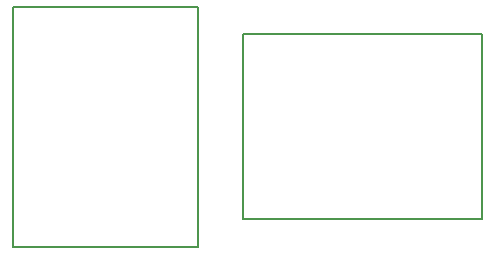
<source format=gbr>
G04 (created by PCBNEW (2013-07-07 BZR 4022)-stable) date 27/05/2015 02:52:30 p.m.*
%MOIN*%
G04 Gerber Fmt 3.4, Leading zero omitted, Abs format*
%FSLAX34Y34*%
G01*
G70*
G90*
G04 APERTURE LIST*
%ADD10C,0.00590551*%
%ADD11C,0.00787402*%
G04 APERTURE END LIST*
G54D10*
G54D11*
X77893Y-61909D02*
X77893Y-53917D01*
X77893Y-53917D02*
X84074Y-53917D01*
X84074Y-53917D02*
X84074Y-61909D01*
X84074Y-61909D02*
X77893Y-61909D01*
X85551Y-60984D02*
X85551Y-54803D01*
X93543Y-60984D02*
X85551Y-60984D01*
X93543Y-54803D02*
X93543Y-60984D01*
X85551Y-54803D02*
X93543Y-54803D01*
M02*

</source>
